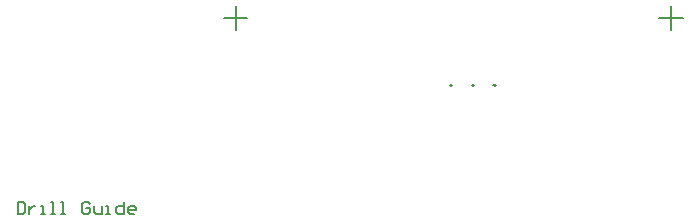
<source format=gbr>
G04 Layer_Color=128*
%FSLAX43Y43*%
%MOMM*%
%TF.FileFunction,Drillmap*%
%TF.Part,Single*%
G01*
G75*
%TA.AperFunction,NonConductor*%
%ADD11C,0.150*%
%ADD21C,0.127*%
D11*
X-8631Y-16584D02*
X-8964D01*
X-9131Y-16417D01*
Y-16084D01*
X-8964Y-15918D01*
X-8631D01*
X-8464Y-16084D01*
Y-16251D01*
X-9131D01*
X-9464Y-16584D02*
X-9964D01*
X-10130Y-16417D01*
Y-16084D01*
X-9964Y-15918D01*
X-9464D01*
Y-15584D02*
Y-16584D01*
X-10630D02*
X-10797D01*
Y-15918D01*
X-10963D01*
X-11297D02*
Y-16584D01*
X-11796D01*
X-11963Y-16417D01*
Y-15918D01*
X-12296Y-16084D02*
X-12630D01*
X-12796Y-15584D02*
X-12963Y-15751D01*
Y-16417D01*
X-12796Y-16584D01*
X-12463D01*
X-12296Y-16417D01*
Y-16084D01*
Y-15751D02*
X-12463Y-15584D01*
X-12796D01*
X-14629D02*
X-14796D01*
X-14629D02*
Y-16584D01*
X-14462D01*
X-14796D01*
X-15295D02*
X-15462D01*
Y-15584D01*
X-15629D01*
X-16295Y-15918D02*
X-16462D01*
X-16961D02*
X-17128D01*
X-17295Y-16084D01*
X-17461Y-16251D01*
Y-16584D01*
Y-15918D01*
X-17795Y-15751D02*
X-17961Y-15584D01*
X-18461D01*
Y-16584D01*
X-17961D01*
X-17795Y-16417D01*
Y-15751D01*
X-16462Y-16584D02*
X-16128D01*
X-16295D01*
Y-15918D01*
X-15629Y-16584D02*
X-15295D01*
X-10963D02*
X-10630D01*
D21*
X19999Y-5684D02*
X20199D01*
X20099Y-5784D02*
Y-5584D01*
X21823Y-5677D02*
X22023D01*
X21923Y-5777D02*
Y-5577D01*
X18346Y-5647D02*
X18146D01*
X18246Y-5747D02*
Y-5547D01*
X0Y-1000D02*
Y1000D01*
X1000Y0D02*
X-1000D01*
X35850Y0D02*
X37850D01*
X36850Y-1000D02*
Y1000D01*
%TF.MD5,c4ca43ec54a483f336c7619557396a58*%
M02*

</source>
